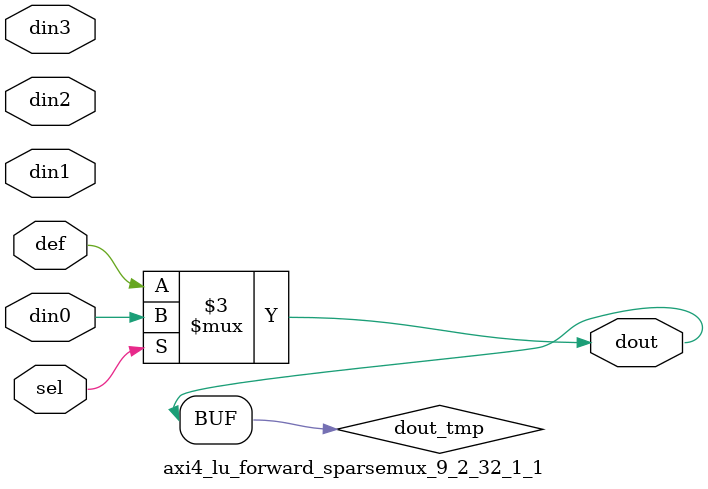
<source format=v>
`timescale 1ns / 1ps

module axi4_lu_forward_sparsemux_9_2_32_1_1 (din0,din1,din2,din3,def,sel,dout);

parameter din0_WIDTH = 1;

parameter din1_WIDTH = 1;

parameter din2_WIDTH = 1;

parameter din3_WIDTH = 1;

parameter def_WIDTH = 1;
parameter sel_WIDTH = 1;
parameter dout_WIDTH = 1;

parameter [sel_WIDTH-1:0] CASE0 = 1;

parameter [sel_WIDTH-1:0] CASE1 = 1;

parameter [sel_WIDTH-1:0] CASE2 = 1;

parameter [sel_WIDTH-1:0] CASE3 = 1;

parameter ID = 1;
parameter NUM_STAGE = 1;



input [din0_WIDTH-1:0] din0;

input [din1_WIDTH-1:0] din1;

input [din2_WIDTH-1:0] din2;

input [din3_WIDTH-1:0] din3;

input [def_WIDTH-1:0] def;
input [sel_WIDTH-1:0] sel;

output [dout_WIDTH-1:0] dout;



reg [dout_WIDTH-1:0] dout_tmp;

always @ (*) begin
case (sel)
    
    CASE0 : dout_tmp = din0;
    
    CASE1 : dout_tmp = din1;
    
    CASE2 : dout_tmp = din2;
    
    CASE3 : dout_tmp = din3;
    
    default : dout_tmp = def;
endcase
end


assign dout = dout_tmp;



endmodule

</source>
